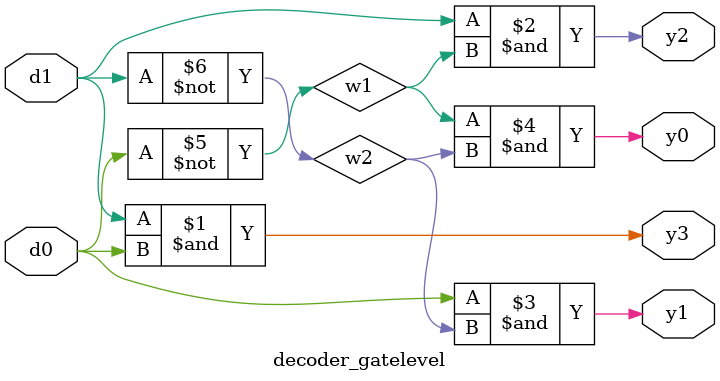
<source format=v>
`timescale 1ns / 1ps
module decoder_gatelevel(d1,d0,y3,y2,y1,y0);
    input d1,d0;
    output y3,y2,y1,y0;
    wire w1,w2;
    
and x1(y3,d1,d0);
and x2(y2,d1,w1);
and x3(y1,d0,w2);
and x4(y0,w1,w2);
not x5(w1,d0);
not x6(w2,d1);    
endmodule

</source>
